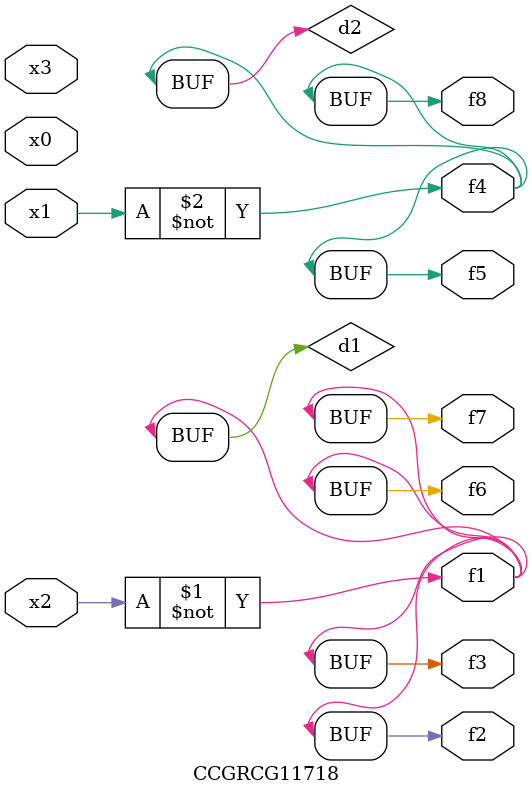
<source format=v>
module CCGRCG11718(
	input x0, x1, x2, x3,
	output f1, f2, f3, f4, f5, f6, f7, f8
);

	wire d1, d2;

	xnor (d1, x2);
	not (d2, x1);
	assign f1 = d1;
	assign f2 = d1;
	assign f3 = d1;
	assign f4 = d2;
	assign f5 = d2;
	assign f6 = d1;
	assign f7 = d1;
	assign f8 = d2;
endmodule

</source>
